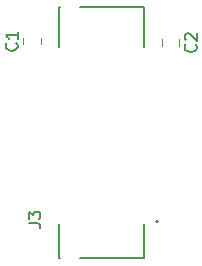
<source format=gbr>
%TF.GenerationSoftware,KiCad,Pcbnew,8.0.4*%
%TF.CreationDate,2024-08-30T00:40:38-07:00*%
%TF.ProjectId,SYZYGY-RGMII-tester,53595a59-4759-42d5-9247-4d49492d7465,rev?*%
%TF.SameCoordinates,Original*%
%TF.FileFunction,Legend,Top*%
%TF.FilePolarity,Positive*%
%FSLAX46Y46*%
G04 Gerber Fmt 4.6, Leading zero omitted, Abs format (unit mm)*
G04 Created by KiCad (PCBNEW 8.0.4) date 2024-08-30 00:40:38*
%MOMM*%
%LPD*%
G01*
G04 APERTURE LIST*
%ADD10C,0.150000*%
%ADD11C,0.200000*%
%ADD12C,0.120000*%
G04 APERTURE END LIST*
D10*
X116119819Y-90458333D02*
X116834104Y-90458333D01*
X116834104Y-90458333D02*
X116976961Y-90505952D01*
X116976961Y-90505952D02*
X117072200Y-90601190D01*
X117072200Y-90601190D02*
X117119819Y-90744047D01*
X117119819Y-90744047D02*
X117119819Y-90839285D01*
X116119819Y-90077380D02*
X116119819Y-89458333D01*
X116119819Y-89458333D02*
X116500771Y-89791666D01*
X116500771Y-89791666D02*
X116500771Y-89648809D01*
X116500771Y-89648809D02*
X116548390Y-89553571D01*
X116548390Y-89553571D02*
X116596009Y-89505952D01*
X116596009Y-89505952D02*
X116691247Y-89458333D01*
X116691247Y-89458333D02*
X116929342Y-89458333D01*
X116929342Y-89458333D02*
X117024580Y-89505952D01*
X117024580Y-89505952D02*
X117072200Y-89553571D01*
X117072200Y-89553571D02*
X117119819Y-89648809D01*
X117119819Y-89648809D02*
X117119819Y-89934523D01*
X117119819Y-89934523D02*
X117072200Y-90029761D01*
X117072200Y-90029761D02*
X117024580Y-90077380D01*
X130259580Y-75316666D02*
X130307200Y-75364285D01*
X130307200Y-75364285D02*
X130354819Y-75507142D01*
X130354819Y-75507142D02*
X130354819Y-75602380D01*
X130354819Y-75602380D02*
X130307200Y-75745237D01*
X130307200Y-75745237D02*
X130211961Y-75840475D01*
X130211961Y-75840475D02*
X130116723Y-75888094D01*
X130116723Y-75888094D02*
X129926247Y-75935713D01*
X129926247Y-75935713D02*
X129783390Y-75935713D01*
X129783390Y-75935713D02*
X129592914Y-75888094D01*
X129592914Y-75888094D02*
X129497676Y-75840475D01*
X129497676Y-75840475D02*
X129402438Y-75745237D01*
X129402438Y-75745237D02*
X129354819Y-75602380D01*
X129354819Y-75602380D02*
X129354819Y-75507142D01*
X129354819Y-75507142D02*
X129402438Y-75364285D01*
X129402438Y-75364285D02*
X129450057Y-75316666D01*
X129450057Y-74935713D02*
X129402438Y-74888094D01*
X129402438Y-74888094D02*
X129354819Y-74792856D01*
X129354819Y-74792856D02*
X129354819Y-74554761D01*
X129354819Y-74554761D02*
X129402438Y-74459523D01*
X129402438Y-74459523D02*
X129450057Y-74411904D01*
X129450057Y-74411904D02*
X129545295Y-74364285D01*
X129545295Y-74364285D02*
X129640533Y-74364285D01*
X129640533Y-74364285D02*
X129783390Y-74411904D01*
X129783390Y-74411904D02*
X130354819Y-74983332D01*
X130354819Y-74983332D02*
X130354819Y-74364285D01*
X115094580Y-75216666D02*
X115142200Y-75264285D01*
X115142200Y-75264285D02*
X115189819Y-75407142D01*
X115189819Y-75407142D02*
X115189819Y-75502380D01*
X115189819Y-75502380D02*
X115142200Y-75645237D01*
X115142200Y-75645237D02*
X115046961Y-75740475D01*
X115046961Y-75740475D02*
X114951723Y-75788094D01*
X114951723Y-75788094D02*
X114761247Y-75835713D01*
X114761247Y-75835713D02*
X114618390Y-75835713D01*
X114618390Y-75835713D02*
X114427914Y-75788094D01*
X114427914Y-75788094D02*
X114332676Y-75740475D01*
X114332676Y-75740475D02*
X114237438Y-75645237D01*
X114237438Y-75645237D02*
X114189819Y-75502380D01*
X114189819Y-75502380D02*
X114189819Y-75407142D01*
X114189819Y-75407142D02*
X114237438Y-75264285D01*
X114237438Y-75264285D02*
X114285057Y-75216666D01*
X115189819Y-74264285D02*
X115189819Y-74835713D01*
X115189819Y-74549999D02*
X114189819Y-74549999D01*
X114189819Y-74549999D02*
X114332676Y-74645237D01*
X114332676Y-74645237D02*
X114427914Y-74740475D01*
X114427914Y-74740475D02*
X114475533Y-74835713D01*
D11*
%TO.C,J3*%
X118680000Y-93435000D02*
X118680000Y-90535000D01*
X118770000Y-93435000D02*
X118680000Y-93435000D01*
X125920000Y-93435000D02*
X120490000Y-93435000D01*
X125920000Y-90545000D02*
X125920000Y-93435000D01*
X125920000Y-90535000D02*
X125920000Y-93435000D01*
X118680000Y-75555000D02*
X118680000Y-72165000D01*
X118680000Y-72165000D02*
X118770000Y-72165000D01*
X125920000Y-72165000D02*
X125920000Y-75555000D01*
X125920000Y-72165000D02*
X125920000Y-75545000D01*
X125920000Y-72165000D02*
X120490000Y-72165000D01*
X127100000Y-90295000D02*
G75*
G02*
X126900000Y-90295000I-100000J0D01*
G01*
X126900000Y-90295000D02*
G75*
G02*
X127100000Y-90295000I100000J0D01*
G01*
D12*
%TO.C,C2*%
X127380000Y-75411252D02*
X127380000Y-74888748D01*
X128850000Y-75411252D02*
X128850000Y-74888748D01*
%TO.C,C1*%
X115680000Y-75311252D02*
X115680000Y-74788748D01*
X117150000Y-75311252D02*
X117150000Y-74788748D01*
%TD*%
M02*

</source>
